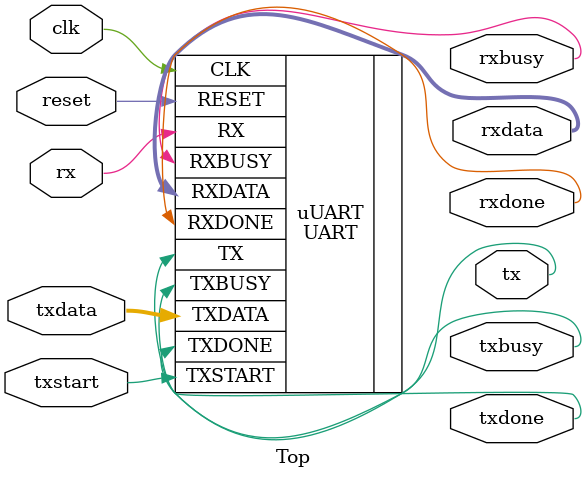
<source format=v>

module Top #( 
    parameter 
        SCYCLE   = 50_000_000,
        BAUDRATE = 9600
) (
    input  wire       clk, 
    input  wire       reset,
    output wire       tx,
    input  wire [7:0] txdata,
    input  wire       txstart,
    output wire       txbusy,
    output wire       txdone,
    input  wire       rx,
    output wire [7:0] rxdata,
    output wire       rxbusy,
    output wire       rxdone
);

UART #(
    .SCYCLE     (SCYCLE    ),
    .BAUDRATE   (BAUDRATE  )
) uUART (
    .CLK        (clk        ),
    .RESET      (reset      ),
    .TX         (tx         ),
    .TXDATA     (txdata     ),
    .TXSTART    (txstart    ),
    .TXBUSY     (txbusy     ),
    .TXDONE     (txdone     ),
    .RX         (rx         ),
    .RXDATA     (rxdata     ),
    .RXBUSY     (rxbusy     ),
    .RXDONE     (rxdone     )
);

endmodule
</source>
